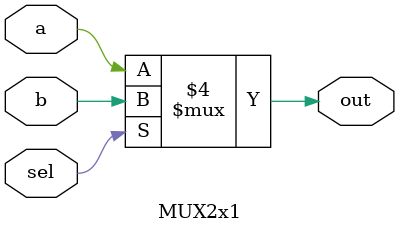
<source format=v>
`timescale 1ns / 1ps
/*******************************************************************
*
* Module: MUX2x1.v
* Project: femtoRV32
* Author(s): Abdelhakim Badawy  - abdelhakimbadawy@aucegypt.edu
             Marwan Eid         - marwanadel99@aucegypt.edu
             Mohammed Abuelwafa - mohammedabuelwafa@aucegypt.edu
* Description: A verilog module for a 2x1 multiplexer
*
* Change history: 10/23/19 - Added to the project
*
**********************************************************************/

module MUX2x1(
    input sel,
    input a,
    input b,
    output reg out
);
    always @*
    begin
        if (!sel)
            out = a;
        else
            out = b;
    end
endmodule

</source>
